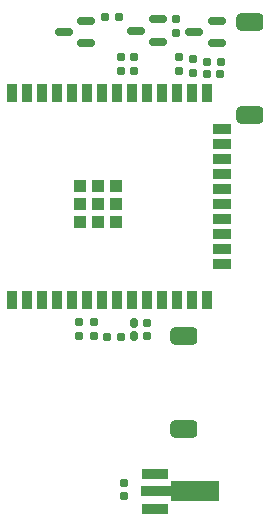
<source format=gbr>
G04 #@! TF.GenerationSoftware,KiCad,Pcbnew,7.0.1-0*
G04 #@! TF.CreationDate,2025-03-17T17:28:37+01:00*
G04 #@! TF.ProjectId,LED-Controller,4c45442d-436f-46e7-9472-6f6c6c65722e,rev?*
G04 #@! TF.SameCoordinates,Original*
G04 #@! TF.FileFunction,Paste,Top*
G04 #@! TF.FilePolarity,Positive*
%FSLAX46Y46*%
G04 Gerber Fmt 4.6, Leading zero omitted, Abs format (unit mm)*
G04 Created by KiCad (PCBNEW 7.0.1-0) date 2025-03-17 17:28:37*
%MOMM*%
%LPD*%
G01*
G04 APERTURE LIST*
G04 Aperture macros list*
%AMRoundRect*
0 Rectangle with rounded corners*
0 $1 Rounding radius*
0 $2 $3 $4 $5 $6 $7 $8 $9 X,Y pos of 4 corners*
0 Add a 4 corners polygon primitive as box body*
4,1,4,$2,$3,$4,$5,$6,$7,$8,$9,$2,$3,0*
0 Add four circle primitives for the rounded corners*
1,1,$1+$1,$2,$3*
1,1,$1+$1,$4,$5*
1,1,$1+$1,$6,$7*
1,1,$1+$1,$8,$9*
0 Add four rect primitives between the rounded corners*
20,1,$1+$1,$2,$3,$4,$5,0*
20,1,$1+$1,$4,$5,$6,$7,0*
20,1,$1+$1,$6,$7,$8,$9,0*
20,1,$1+$1,$8,$9,$2,$3,0*%
%AMFreePoly0*
4,1,9,5.362500,-0.866500,1.237500,-0.866500,1.237500,-0.450000,-1.237500,-0.450000,-1.237500,0.450000,1.237500,0.450000,1.237500,0.866500,5.362500,0.866500,5.362500,-0.866500,5.362500,-0.866500,$1*%
G04 Aperture macros list end*
%ADD10R,2.300000X0.900000*%
%ADD11FreePoly0,0.000000*%
%ADD12RoundRect,0.381000X0.762000X0.381000X-0.762000X0.381000X-0.762000X-0.381000X0.762000X-0.381000X0*%
%ADD13RoundRect,0.381000X-0.762000X-0.381000X0.762000X-0.381000X0.762000X0.381000X-0.762000X0.381000X0*%
%ADD14RoundRect,0.160000X0.160000X-0.197500X0.160000X0.197500X-0.160000X0.197500X-0.160000X-0.197500X0*%
%ADD15RoundRect,0.150000X0.587500X0.150000X-0.587500X0.150000X-0.587500X-0.150000X0.587500X-0.150000X0*%
%ADD16RoundRect,0.160000X-0.197500X-0.160000X0.197500X-0.160000X0.197500X0.160000X-0.197500X0.160000X0*%
%ADD17R,0.900000X1.500000*%
%ADD18R,1.500000X0.900000*%
%ADD19R,1.050000X1.050000*%
%ADD20RoundRect,0.155000X0.212500X0.155000X-0.212500X0.155000X-0.212500X-0.155000X0.212500X-0.155000X0*%
%ADD21RoundRect,0.155000X-0.155000X0.212500X-0.155000X-0.212500X0.155000X-0.212500X0.155000X0.212500X0*%
%ADD22RoundRect,0.160000X0.160000X-0.222500X0.160000X0.222500X-0.160000X0.222500X-0.160000X-0.222500X0*%
%ADD23RoundRect,0.155000X-0.212500X-0.155000X0.212500X-0.155000X0.212500X0.155000X-0.212500X0.155000X0*%
%ADD24RoundRect,0.155000X0.155000X-0.212500X0.155000X0.212500X-0.155000X0.212500X-0.155000X-0.212500X0*%
G04 APERTURE END LIST*
D10*
G04 #@! TO.C,U2*
X158992400Y-124077600D03*
D11*
X159079900Y-125577600D03*
D10*
X158992400Y-127077600D03*
G04 #@! TD*
D12*
G04 #@! TO.C,SW1*
X161442400Y-120294400D03*
X161442400Y-112420400D03*
G04 #@! TD*
D13*
G04 #@! TO.C,SW2*
X167030400Y-85795600D03*
X167030400Y-93669600D03*
G04 #@! TD*
D14*
G04 #@! TO.C,R5*
X162153600Y-90157900D03*
X162153600Y-88962900D03*
G04 #@! TD*
D15*
G04 #@! TO.C,Q3*
X162306000Y-86664800D03*
X164181000Y-85714800D03*
X164181000Y-87614800D03*
G04 #@! TD*
G04 #@! TO.C,Q2*
X153157400Y-87614800D03*
X153157400Y-85714800D03*
X151282400Y-86664800D03*
G04 #@! TD*
D14*
G04 #@! TO.C,R9*
X153822400Y-112437800D03*
X153822400Y-111242800D03*
G04 #@! TD*
D16*
G04 #@! TO.C,R4*
X154748900Y-85445600D03*
X155943900Y-85445600D03*
G04 #@! TD*
D17*
G04 #@! TO.C,U1*
X146837000Y-109346400D03*
X148107000Y-109346400D03*
X149377000Y-109346400D03*
X150647000Y-109346400D03*
X151917000Y-109346400D03*
X153187000Y-109346400D03*
X154457000Y-109346400D03*
X155727000Y-109346400D03*
X156997000Y-109346400D03*
X158267000Y-109346400D03*
X159537000Y-109346400D03*
X160807000Y-109346400D03*
X162077000Y-109346400D03*
X163347000Y-109346400D03*
D18*
X164597000Y-106306400D03*
X164597000Y-105036400D03*
X164597000Y-103766400D03*
X164597000Y-102496400D03*
X164597000Y-101226400D03*
X164597000Y-99956400D03*
X164597000Y-98686400D03*
X164597000Y-97416400D03*
X164597000Y-96146400D03*
X164597000Y-94876400D03*
D17*
X163347000Y-91846400D03*
X162077000Y-91846400D03*
X160807000Y-91846400D03*
X159537000Y-91846400D03*
X158267000Y-91846400D03*
X156997000Y-91846400D03*
X155727000Y-91846400D03*
X154457000Y-91846400D03*
X153187000Y-91846400D03*
X151917000Y-91846400D03*
X150647000Y-91846400D03*
X149377000Y-91846400D03*
X148107000Y-91846400D03*
X146837000Y-91846400D03*
D19*
X152652000Y-102801400D03*
X154177000Y-102801400D03*
X155702000Y-102801400D03*
X152652000Y-101276400D03*
X154177000Y-101276400D03*
X155702000Y-101276400D03*
X152652000Y-99751400D03*
X154177000Y-99751400D03*
X155702000Y-99751400D03*
G04 #@! TD*
D20*
G04 #@! TO.C,C1*
X156066300Y-112471200D03*
X154931300Y-112471200D03*
G04 #@! TD*
D14*
G04 #@! TO.C,R7*
X152552400Y-112437800D03*
X152552400Y-111242800D03*
G04 #@! TD*
G04 #@! TO.C,R3*
X156108400Y-90005500D03*
X156108400Y-88810500D03*
G04 #@! TD*
G04 #@! TO.C,R2*
X160731200Y-86754300D03*
X160731200Y-85559300D03*
G04 #@! TD*
G04 #@! TO.C,R1*
X157175200Y-90005500D03*
X157175200Y-88810500D03*
G04 #@! TD*
D21*
G04 #@! TO.C,C4*
X156362400Y-124857700D03*
X156362400Y-125992700D03*
G04 #@! TD*
D16*
G04 #@! TO.C,R8*
X163334100Y-89204800D03*
X164529100Y-89204800D03*
G04 #@! TD*
D22*
G04 #@! TO.C,D1*
X157175200Y-112434100D03*
X157175200Y-111289100D03*
G04 #@! TD*
D14*
G04 #@! TO.C,R6*
X160985200Y-90005500D03*
X160985200Y-88810500D03*
G04 #@! TD*
D23*
G04 #@! TO.C,C3*
X163364100Y-90220800D03*
X164499100Y-90220800D03*
G04 #@! TD*
D24*
G04 #@! TO.C,C2*
X158292800Y-111302800D03*
X158292800Y-112437800D03*
G04 #@! TD*
D15*
G04 #@! TO.C,Q1*
X159202600Y-87513200D03*
X159202600Y-85613200D03*
X157327600Y-86563200D03*
G04 #@! TD*
M02*

</source>
